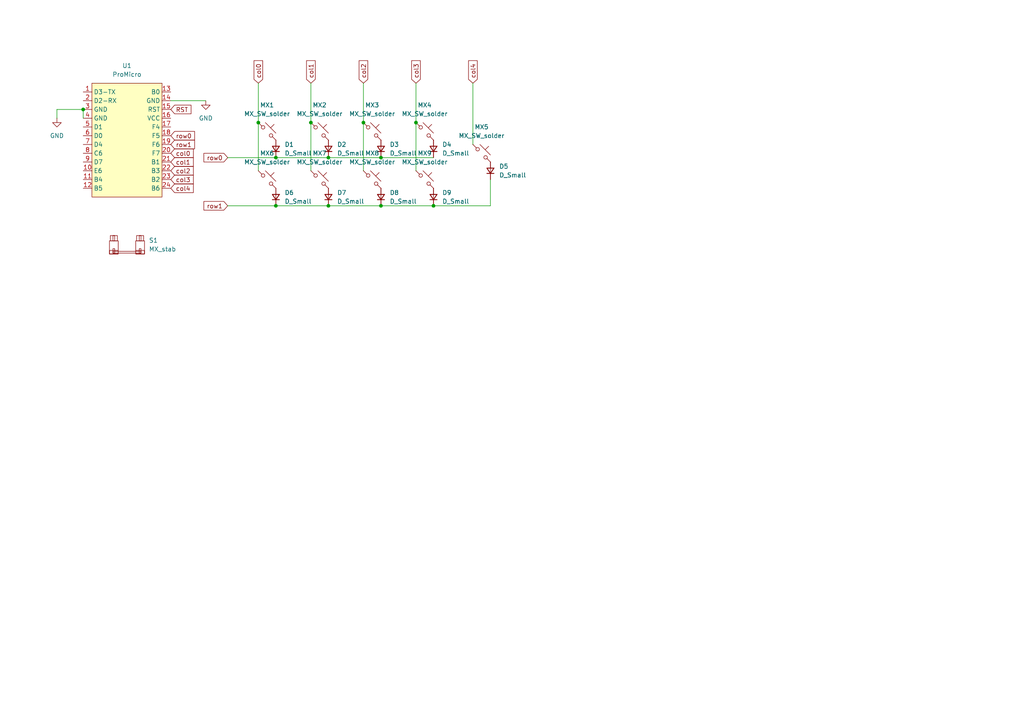
<source format=kicad_sch>
(kicad_sch
	(version 20231120)
	(generator "eeschema")
	(generator_version "8.0")
	(uuid "760a3eec-b823-49b4-b967-e7abe4eb563d")
	(paper "A4")
	(lib_symbols
		(symbol "Device:D_Small"
			(pin_numbers hide)
			(pin_names
				(offset 0.254) hide)
			(exclude_from_sim no)
			(in_bom yes)
			(on_board yes)
			(property "Reference" "D"
				(at -1.27 2.032 0)
				(effects
					(font
						(size 1.27 1.27)
					)
					(justify left)
				)
			)
			(property "Value" "D_Small"
				(at -3.81 -2.032 0)
				(effects
					(font
						(size 1.27 1.27)
					)
					(justify left)
				)
			)
			(property "Footprint" ""
				(at 0 0 90)
				(effects
					(font
						(size 1.27 1.27)
					)
					(hide yes)
				)
			)
			(property "Datasheet" "~"
				(at 0 0 90)
				(effects
					(font
						(size 1.27 1.27)
					)
					(hide yes)
				)
			)
			(property "Description" "Diode, small symbol"
				(at 0 0 0)
				(effects
					(font
						(size 1.27 1.27)
					)
					(hide yes)
				)
			)
			(property "Sim.Device" "D"
				(at 0 0 0)
				(effects
					(font
						(size 1.27 1.27)
					)
					(hide yes)
				)
			)
			(property "Sim.Pins" "1=K 2=A"
				(at 0 0 0)
				(effects
					(font
						(size 1.27 1.27)
					)
					(hide yes)
				)
			)
			(property "ki_keywords" "diode"
				(at 0 0 0)
				(effects
					(font
						(size 1.27 1.27)
					)
					(hide yes)
				)
			)
			(property "ki_fp_filters" "TO-???* *_Diode_* *SingleDiode* D_*"
				(at 0 0 0)
				(effects
					(font
						(size 1.27 1.27)
					)
					(hide yes)
				)
			)
			(symbol "D_Small_0_1"
				(polyline
					(pts
						(xy -0.762 -1.016) (xy -0.762 1.016)
					)
					(stroke
						(width 0.254)
						(type default)
					)
					(fill
						(type none)
					)
				)
				(polyline
					(pts
						(xy -0.762 0) (xy 0.762 0)
					)
					(stroke
						(width 0)
						(type default)
					)
					(fill
						(type none)
					)
				)
				(polyline
					(pts
						(xy 0.762 -1.016) (xy -0.762 0) (xy 0.762 1.016) (xy 0.762 -1.016)
					)
					(stroke
						(width 0.254)
						(type default)
					)
					(fill
						(type none)
					)
				)
			)
			(symbol "D_Small_1_1"
				(pin passive line
					(at -2.54 0 0)
					(length 1.778)
					(name "K"
						(effects
							(font
								(size 1.27 1.27)
							)
						)
					)
					(number "1"
						(effects
							(font
								(size 1.27 1.27)
							)
						)
					)
				)
				(pin passive line
					(at 2.54 0 180)
					(length 1.778)
					(name "A"
						(effects
							(font
								(size 1.27 1.27)
							)
						)
					)
					(number "2"
						(effects
							(font
								(size 1.27 1.27)
							)
						)
					)
				)
			)
		)
		(symbol "PCM_marbastlib-mx:MX_SW_solder"
			(pin_numbers hide)
			(pin_names
				(offset 1.016) hide)
			(exclude_from_sim no)
			(in_bom yes)
			(on_board yes)
			(property "Reference" "MX"
				(at 3.048 1.016 0)
				(effects
					(font
						(size 1.27 1.27)
					)
					(justify left)
				)
			)
			(property "Value" "MX_SW_solder"
				(at 0 -3.81 0)
				(effects
					(font
						(size 1.27 1.27)
					)
				)
			)
			(property "Footprint" "PCM_marbastlib-mx:SW_MX_1u"
				(at 0 0 0)
				(effects
					(font
						(size 1.27 1.27)
					)
					(hide yes)
				)
			)
			(property "Datasheet" "~"
				(at 0 0 0)
				(effects
					(font
						(size 1.27 1.27)
					)
					(hide yes)
				)
			)
			(property "Description" "Push button switch, normally open, two pins, 45° tilted"
				(at 0 0 0)
				(effects
					(font
						(size 1.27 1.27)
					)
					(hide yes)
				)
			)
			(property "ki_keywords" "switch normally-open pushbutton push-button"
				(at 0 0 0)
				(effects
					(font
						(size 1.27 1.27)
					)
					(hide yes)
				)
			)
			(symbol "MX_SW_solder_0_1"
				(circle
					(center -1.1684 1.1684)
					(radius 0.508)
					(stroke
						(width 0)
						(type default)
					)
					(fill
						(type none)
					)
				)
				(polyline
					(pts
						(xy -0.508 2.54) (xy 2.54 -0.508)
					)
					(stroke
						(width 0)
						(type default)
					)
					(fill
						(type none)
					)
				)
				(polyline
					(pts
						(xy 1.016 1.016) (xy 2.032 2.032)
					)
					(stroke
						(width 0)
						(type default)
					)
					(fill
						(type none)
					)
				)
				(polyline
					(pts
						(xy -2.54 2.54) (xy -1.524 1.524) (xy -1.524 1.524)
					)
					(stroke
						(width 0)
						(type default)
					)
					(fill
						(type none)
					)
				)
				(polyline
					(pts
						(xy 1.524 -1.524) (xy 2.54 -2.54) (xy 2.54 -2.54) (xy 2.54 -2.54)
					)
					(stroke
						(width 0)
						(type default)
					)
					(fill
						(type none)
					)
				)
				(circle
					(center 1.143 -1.1938)
					(radius 0.508)
					(stroke
						(width 0)
						(type default)
					)
					(fill
						(type none)
					)
				)
				(pin passive line
					(at -2.54 2.54 0)
					(length 0)
					(name "1"
						(effects
							(font
								(size 1.27 1.27)
							)
						)
					)
					(number "1"
						(effects
							(font
								(size 1.27 1.27)
							)
						)
					)
				)
				(pin passive line
					(at 2.54 -2.54 180)
					(length 0)
					(name "2"
						(effects
							(font
								(size 1.27 1.27)
							)
						)
					)
					(number "2"
						(effects
							(font
								(size 1.27 1.27)
							)
						)
					)
				)
			)
		)
		(symbol "PCM_marbastlib-mx:MX_stab"
			(pin_names
				(offset 1.016)
			)
			(exclude_from_sim no)
			(in_bom yes)
			(on_board yes)
			(property "Reference" "S"
				(at -5.08 6.35 0)
				(effects
					(font
						(size 1.27 1.27)
					)
					(justify left)
				)
			)
			(property "Value" "MX_stab"
				(at -5.08 3.81 0)
				(effects
					(font
						(size 1.27 1.27)
					)
					(justify left)
				)
			)
			(property "Footprint" "PCM_marbastlib-mx:STAB_MX_P_6.25u"
				(at 0 0 0)
				(effects
					(font
						(size 1.27 1.27)
					)
					(hide yes)
				)
			)
			(property "Datasheet" ""
				(at 0 0 0)
				(effects
					(font
						(size 1.27 1.27)
					)
					(hide yes)
				)
			)
			(property "Description" "Cherry MX-style stabilizer"
				(at 0 0 0)
				(effects
					(font
						(size 1.27 1.27)
					)
					(hide yes)
				)
			)
			(property "ki_keywords" "cherry mx stabilizer stab"
				(at 0 0 0)
				(effects
					(font
						(size 1.27 1.27)
					)
					(hide yes)
				)
			)
			(symbol "MX_stab_0_1"
				(rectangle
					(start -5.08 -1.524)
					(end -2.54 -2.54)
					(stroke
						(width 0)
						(type default)
					)
					(fill
						(type none)
					)
				)
				(rectangle
					(start -5.08 1.27)
					(end -2.54 -2.54)
					(stroke
						(width 0)
						(type default)
					)
					(fill
						(type none)
					)
				)
				(rectangle
					(start -4.826 2.794)
					(end -2.794 1.27)
					(stroke
						(width 0)
						(type default)
					)
					(fill
						(type none)
					)
				)
				(rectangle
					(start -4.064 -2.286)
					(end -3.556 -1.016)
					(stroke
						(width 0)
						(type default)
					)
					(fill
						(type none)
					)
				)
				(rectangle
					(start -4.064 -1.778)
					(end 4.064 -2.286)
					(stroke
						(width 0)
						(type default)
					)
					(fill
						(type none)
					)
				)
				(rectangle
					(start -4.064 1.27)
					(end -3.556 2.794)
					(stroke
						(width 0)
						(type default)
					)
					(fill
						(type none)
					)
				)
				(rectangle
					(start 2.54 -1.524)
					(end 5.08 -2.54)
					(stroke
						(width 0)
						(type default)
					)
					(fill
						(type none)
					)
				)
				(rectangle
					(start 2.54 1.27)
					(end 5.08 -2.54)
					(stroke
						(width 0)
						(type default)
					)
					(fill
						(type none)
					)
				)
				(rectangle
					(start 2.794 2.794)
					(end 4.826 1.27)
					(stroke
						(width 0)
						(type default)
					)
					(fill
						(type none)
					)
				)
				(rectangle
					(start 3.556 1.27)
					(end 4.064 2.794)
					(stroke
						(width 0)
						(type default)
					)
					(fill
						(type none)
					)
				)
				(rectangle
					(start 4.064 -2.286)
					(end 3.556 -1.016)
					(stroke
						(width 0)
						(type default)
					)
					(fill
						(type none)
					)
				)
			)
		)
		(symbol "PCM_marbastlib-promicroish:Arduino_ProMicro"
			(exclude_from_sim no)
			(in_bom no)
			(on_board yes)
			(property "Reference" "U"
				(at 0 20.32 0)
				(effects
					(font
						(size 1.27 1.27)
					)
				)
			)
			(property "Value" "ProMicro"
				(at 0 17.78 0)
				(effects
					(font
						(size 1.27 1.27)
					)
				)
			)
			(property "Footprint" "PCM_marbastlib-xp-promicroish:ProMicro_USBup"
				(at 0 -30.48 0)
				(effects
					(font
						(size 1.27 1.27)
					)
					(hide yes)
				)
			)
			(property "Datasheet" ""
				(at -12.7 13.97 0)
				(effects
					(font
						(size 1.27 1.27)
					)
					(hide yes)
				)
			)
			(property "Description" "Symbol for an Arduino Pro Micro"
				(at 0 0 0)
				(effects
					(font
						(size 1.27 1.27)
					)
					(hide yes)
				)
			)
			(symbol "Arduino_ProMicro_0_0"
				(pin bidirectional line
					(at -12.7 13.97 0)
					(length 2.54)
					(name "D3-TX"
						(effects
							(font
								(size 1.27 1.27)
							)
						)
					)
					(number "1"
						(effects
							(font
								(size 1.27 1.27)
							)
						)
					)
				)
				(pin bidirectional line
					(at -12.7 -8.89 0)
					(length 2.54)
					(name "E6"
						(effects
							(font
								(size 1.27 1.27)
							)
						)
					)
					(number "10"
						(effects
							(font
								(size 1.27 1.27)
							)
						)
					)
				)
				(pin bidirectional line
					(at -12.7 -11.43 0)
					(length 2.54)
					(name "B4"
						(effects
							(font
								(size 1.27 1.27)
							)
						)
					)
					(number "11"
						(effects
							(font
								(size 1.27 1.27)
							)
						)
					)
				)
				(pin bidirectional line
					(at -12.7 -13.97 0)
					(length 2.54)
					(name "B5"
						(effects
							(font
								(size 1.27 1.27)
							)
						)
					)
					(number "12"
						(effects
							(font
								(size 1.27 1.27)
							)
						)
					)
				)
				(pin power_out line
					(at 12.7 11.43 180)
					(length 2.54)
					(name "GND"
						(effects
							(font
								(size 1.27 1.27)
							)
						)
					)
					(number "14"
						(effects
							(font
								(size 1.27 1.27)
							)
						)
					)
				)
				(pin bidirectional line
					(at 12.7 8.89 180)
					(length 2.54)
					(name "RST"
						(effects
							(font
								(size 1.27 1.27)
							)
						)
					)
					(number "15"
						(effects
							(font
								(size 1.27 1.27)
							)
						)
					)
				)
				(pin bidirectional line
					(at 12.7 3.81 180)
					(length 2.54)
					(name "F4"
						(effects
							(font
								(size 1.27 1.27)
							)
						)
					)
					(number "17"
						(effects
							(font
								(size 1.27 1.27)
							)
						)
					)
				)
				(pin bidirectional line
					(at 12.7 1.27 180)
					(length 2.54)
					(name "F5"
						(effects
							(font
								(size 1.27 1.27)
							)
						)
					)
					(number "18"
						(effects
							(font
								(size 1.27 1.27)
							)
						)
					)
				)
				(pin bidirectional line
					(at 12.7 -1.27 180)
					(length 2.54)
					(name "F6"
						(effects
							(font
								(size 1.27 1.27)
							)
						)
					)
					(number "19"
						(effects
							(font
								(size 1.27 1.27)
							)
						)
					)
				)
				(pin bidirectional line
					(at -12.7 11.43 0)
					(length 2.54)
					(name "D2-RX"
						(effects
							(font
								(size 1.27 1.27)
							)
						)
					)
					(number "2"
						(effects
							(font
								(size 1.27 1.27)
							)
						)
					)
				)
				(pin bidirectional line
					(at 12.7 -3.81 180)
					(length 2.54)
					(name "F7"
						(effects
							(font
								(size 1.27 1.27)
							)
						)
					)
					(number "20"
						(effects
							(font
								(size 1.27 1.27)
							)
						)
					)
				)
				(pin bidirectional line
					(at 12.7 -6.35 180)
					(length 2.54)
					(name "B1"
						(effects
							(font
								(size 1.27 1.27)
							)
						)
					)
					(number "21"
						(effects
							(font
								(size 1.27 1.27)
							)
						)
					)
				)
				(pin bidirectional line
					(at 12.7 -8.89 180)
					(length 2.54)
					(name "B3"
						(effects
							(font
								(size 1.27 1.27)
							)
						)
					)
					(number "22"
						(effects
							(font
								(size 1.27 1.27)
							)
						)
					)
				)
				(pin bidirectional line
					(at 12.7 -11.43 180)
					(length 2.54)
					(name "B2"
						(effects
							(font
								(size 1.27 1.27)
							)
						)
					)
					(number "23"
						(effects
							(font
								(size 1.27 1.27)
							)
						)
					)
				)
				(pin bidirectional line
					(at 12.7 -13.97 180)
					(length 2.54)
					(name "B6"
						(effects
							(font
								(size 1.27 1.27)
							)
						)
					)
					(number "24"
						(effects
							(font
								(size 1.27 1.27)
							)
						)
					)
				)
				(pin power_out line
					(at -12.7 8.89 0)
					(length 2.54)
					(name "GND"
						(effects
							(font
								(size 1.27 1.27)
							)
						)
					)
					(number "3"
						(effects
							(font
								(size 1.27 1.27)
							)
						)
					)
				)
				(pin power_out line
					(at -12.7 6.35 0)
					(length 2.54)
					(name "GND"
						(effects
							(font
								(size 1.27 1.27)
							)
						)
					)
					(number "4"
						(effects
							(font
								(size 1.27 1.27)
							)
						)
					)
				)
				(pin bidirectional line
					(at -12.7 3.81 0)
					(length 2.54)
					(name "D1"
						(effects
							(font
								(size 1.27 1.27)
							)
						)
					)
					(number "5"
						(effects
							(font
								(size 1.27 1.27)
							)
						)
					)
				)
				(pin bidirectional line
					(at -12.7 1.27 0)
					(length 2.54)
					(name "D0"
						(effects
							(font
								(size 1.27 1.27)
							)
						)
					)
					(number "6"
						(effects
							(font
								(size 1.27 1.27)
							)
						)
					)
				)
				(pin bidirectional line
					(at -12.7 -1.27 0)
					(length 2.54)
					(name "D4"
						(effects
							(font
								(size 1.27 1.27)
							)
						)
					)
					(number "7"
						(effects
							(font
								(size 1.27 1.27)
							)
						)
					)
				)
				(pin bidirectional line
					(at -12.7 -3.81 0)
					(length 2.54)
					(name "C6"
						(effects
							(font
								(size 1.27 1.27)
							)
						)
					)
					(number "8"
						(effects
							(font
								(size 1.27 1.27)
							)
						)
					)
				)
				(pin bidirectional line
					(at -12.7 -6.35 0)
					(length 2.54)
					(name "D7"
						(effects
							(font
								(size 1.27 1.27)
							)
						)
					)
					(number "9"
						(effects
							(font
								(size 1.27 1.27)
							)
						)
					)
				)
			)
			(symbol "Arduino_ProMicro_1_0"
				(pin bidirectional line
					(at 12.7 13.97 180)
					(length 2.54)
					(name "B0"
						(effects
							(font
								(size 1.27 1.27)
							)
						)
					)
					(number "13"
						(effects
							(font
								(size 1.27 1.27)
							)
						)
					)
				)
				(pin power_out line
					(at 12.7 6.35 180)
					(length 2.54)
					(name "VCC"
						(effects
							(font
								(size 1.27 1.27)
							)
						)
					)
					(number "16"
						(effects
							(font
								(size 1.27 1.27)
							)
						)
					)
				)
			)
			(symbol "Arduino_ProMicro_1_1"
				(rectangle
					(start -10.16 16.51)
					(end 10.16 -16.51)
					(stroke
						(width 0)
						(type default)
					)
					(fill
						(type background)
					)
				)
			)
		)
		(symbol "power:GND"
			(power)
			(pin_numbers hide)
			(pin_names
				(offset 0) hide)
			(exclude_from_sim no)
			(in_bom yes)
			(on_board yes)
			(property "Reference" "#PWR"
				(at 0 -6.35 0)
				(effects
					(font
						(size 1.27 1.27)
					)
					(hide yes)
				)
			)
			(property "Value" "GND"
				(at 0 -3.81 0)
				(effects
					(font
						(size 1.27 1.27)
					)
				)
			)
			(property "Footprint" ""
				(at 0 0 0)
				(effects
					(font
						(size 1.27 1.27)
					)
					(hide yes)
				)
			)
			(property "Datasheet" ""
				(at 0 0 0)
				(effects
					(font
						(size 1.27 1.27)
					)
					(hide yes)
				)
			)
			(property "Description" "Power symbol creates a global label with name \"GND\" , ground"
				(at 0 0 0)
				(effects
					(font
						(size 1.27 1.27)
					)
					(hide yes)
				)
			)
			(property "ki_keywords" "global power"
				(at 0 0 0)
				(effects
					(font
						(size 1.27 1.27)
					)
					(hide yes)
				)
			)
			(symbol "GND_0_1"
				(polyline
					(pts
						(xy 0 0) (xy 0 -1.27) (xy 1.27 -1.27) (xy 0 -2.54) (xy -1.27 -1.27) (xy 0 -1.27)
					)
					(stroke
						(width 0)
						(type default)
					)
					(fill
						(type none)
					)
				)
			)
			(symbol "GND_1_1"
				(pin power_in line
					(at 0 0 270)
					(length 0)
					(name "~"
						(effects
							(font
								(size 1.27 1.27)
							)
						)
					)
					(number "1"
						(effects
							(font
								(size 1.27 1.27)
							)
						)
					)
				)
			)
		)
	)
	(junction
		(at 74.93 35.56)
		(diameter 0)
		(color 0 0 0 0)
		(uuid "07a698fb-d055-4c33-8271-31ef7a2b7726")
	)
	(junction
		(at 110.49 59.69)
		(diameter 0)
		(color 0 0 0 0)
		(uuid "1081ba76-ef2d-4d84-b703-dea2feebb47a")
	)
	(junction
		(at 24.13 31.75)
		(diameter 0)
		(color 0 0 0 0)
		(uuid "2fb4ec2c-de92-46ff-93ef-4a2a0426293f")
	)
	(junction
		(at 95.25 45.72)
		(diameter 0)
		(color 0 0 0 0)
		(uuid "34545e34-b5cc-4ac4-abd0-4f9f8193766a")
	)
	(junction
		(at 80.01 45.72)
		(diameter 0)
		(color 0 0 0 0)
		(uuid "69ef0116-98a2-46b5-b1c0-e1ca9ddac51c")
	)
	(junction
		(at 125.73 59.69)
		(diameter 0)
		(color 0 0 0 0)
		(uuid "6c377749-077d-4613-8506-ee7f9a00ba6a")
	)
	(junction
		(at 105.41 35.56)
		(diameter 0)
		(color 0 0 0 0)
		(uuid "7b927efa-423c-4b4d-9568-8e3d3bbc96b7")
	)
	(junction
		(at 90.17 35.56)
		(diameter 0)
		(color 0 0 0 0)
		(uuid "861cec74-7624-4e3f-b06d-5fc8bf28da46")
	)
	(junction
		(at 80.01 59.69)
		(diameter 0)
		(color 0 0 0 0)
		(uuid "896d6a49-b636-4ba0-9e52-703dcab6839e")
	)
	(junction
		(at 110.49 45.72)
		(diameter 0)
		(color 0 0 0 0)
		(uuid "d64eea8d-a999-4438-bedc-8b5936238ae1")
	)
	(junction
		(at 120.65 35.56)
		(diameter 0)
		(color 0 0 0 0)
		(uuid "f14429a2-cdcf-47a8-bf2d-3e9247655550")
	)
	(junction
		(at 95.25 59.69)
		(diameter 0)
		(color 0 0 0 0)
		(uuid "f3a3d119-f4d8-4d8a-af13-22282d0e6ad5")
	)
	(wire
		(pts
			(xy 90.17 24.13) (xy 90.17 35.56)
		)
		(stroke
			(width 0)
			(type default)
		)
		(uuid "101668ff-daa8-420e-b60c-eb8bd114867c")
	)
	(wire
		(pts
			(xy 142.24 59.69) (xy 142.24 52.07)
		)
		(stroke
			(width 0)
			(type default)
		)
		(uuid "21276f29-229e-499e-b504-d799257aefd5")
	)
	(wire
		(pts
			(xy 120.65 35.56) (xy 120.65 49.53)
		)
		(stroke
			(width 0)
			(type default)
		)
		(uuid "43a103b8-6d22-4244-a50b-a406886a7e3e")
	)
	(wire
		(pts
			(xy 105.41 24.13) (xy 105.41 35.56)
		)
		(stroke
			(width 0)
			(type default)
		)
		(uuid "4f8a296e-075b-445f-925d-6f66be1f6a48")
	)
	(wire
		(pts
			(xy 90.17 35.56) (xy 90.17 49.53)
		)
		(stroke
			(width 0)
			(type default)
		)
		(uuid "52eb7009-916f-40ad-bf08-8923910998bd")
	)
	(wire
		(pts
			(xy 120.65 24.13) (xy 120.65 35.56)
		)
		(stroke
			(width 0)
			(type default)
		)
		(uuid "55fe5b9c-f263-4ab5-9a7e-8fd50c9625f1")
	)
	(wire
		(pts
			(xy 74.93 35.56) (xy 74.93 49.53)
		)
		(stroke
			(width 0)
			(type default)
		)
		(uuid "563fca85-579c-40b4-9d01-c2c0f71f4afb")
	)
	(wire
		(pts
			(xy 24.13 31.75) (xy 24.13 34.29)
		)
		(stroke
			(width 0)
			(type default)
		)
		(uuid "5ec68051-6b66-420f-bd86-7f363070936a")
	)
	(wire
		(pts
			(xy 110.49 45.72) (xy 125.73 45.72)
		)
		(stroke
			(width 0)
			(type default)
		)
		(uuid "60b1e2f1-15e8-4b53-9121-9c453e4b16d5")
	)
	(wire
		(pts
			(xy 74.93 24.13) (xy 74.93 35.56)
		)
		(stroke
			(width 0)
			(type default)
		)
		(uuid "62b413c0-7ddf-4869-8e9b-7717253cd38e")
	)
	(wire
		(pts
			(xy 49.53 29.21) (xy 59.69 29.21)
		)
		(stroke
			(width 0)
			(type default)
		)
		(uuid "6dca35c1-4cba-47c2-b6f2-288e51498b02")
	)
	(wire
		(pts
			(xy 95.25 45.72) (xy 110.49 45.72)
		)
		(stroke
			(width 0)
			(type default)
		)
		(uuid "6f2e38bc-3fae-4b46-a3bd-3c1737270eeb")
	)
	(wire
		(pts
			(xy 66.04 59.69) (xy 80.01 59.69)
		)
		(stroke
			(width 0)
			(type default)
		)
		(uuid "75163891-5ed2-4f16-a576-7781cc6960d4")
	)
	(wire
		(pts
			(xy 80.01 59.69) (xy 95.25 59.69)
		)
		(stroke
			(width 0)
			(type default)
		)
		(uuid "75529292-7496-4f21-9a18-19c835a427da")
	)
	(wire
		(pts
			(xy 95.25 59.69) (xy 110.49 59.69)
		)
		(stroke
			(width 0)
			(type default)
		)
		(uuid "79239863-02eb-4072-95e4-78b881b4f01f")
	)
	(wire
		(pts
			(xy 66.04 45.72) (xy 80.01 45.72)
		)
		(stroke
			(width 0)
			(type default)
		)
		(uuid "8cab5f14-1b57-43d9-9714-fa5a468e52df")
	)
	(wire
		(pts
			(xy 16.51 31.75) (xy 16.51 34.29)
		)
		(stroke
			(width 0)
			(type default)
		)
		(uuid "973543f0-1661-482b-956a-947a0cb36113")
	)
	(wire
		(pts
			(xy 110.49 59.69) (xy 125.73 59.69)
		)
		(stroke
			(width 0)
			(type default)
		)
		(uuid "bd76446d-e953-4168-bef9-ca840d1ec189")
	)
	(wire
		(pts
			(xy 24.13 31.75) (xy 16.51 31.75)
		)
		(stroke
			(width 0)
			(type default)
		)
		(uuid "c563458f-5165-40fe-9841-14467747c82a")
	)
	(wire
		(pts
			(xy 137.16 24.13) (xy 137.16 41.91)
		)
		(stroke
			(width 0)
			(type default)
		)
		(uuid "c7782d70-a474-4675-a5ad-3d6490b13d8b")
	)
	(wire
		(pts
			(xy 125.73 59.69) (xy 142.24 59.69)
		)
		(stroke
			(width 0)
			(type default)
		)
		(uuid "d63bb912-92b2-49dd-8ffb-f08486d1b460")
	)
	(wire
		(pts
			(xy 105.41 35.56) (xy 105.41 49.53)
		)
		(stroke
			(width 0)
			(type default)
		)
		(uuid "df3eea5e-942b-4427-b080-8446f6f44df9")
	)
	(wire
		(pts
			(xy 80.01 45.72) (xy 95.25 45.72)
		)
		(stroke
			(width 0)
			(type default)
		)
		(uuid "e85df6f4-1e47-4eba-80ad-0e80dfe16903")
	)
	(global_label "col2"
		(shape input)
		(at 105.41 24.13 90)
		(fields_autoplaced yes)
		(effects
			(font
				(size 1.27 1.27)
			)
			(justify left)
		)
		(uuid "0b619579-8b83-45d1-a7b2-2a318245474b")
		(property "Intersheetrefs" "${INTERSHEET_REFS}"
			(at 105.41 17.0325 90)
			(effects
				(font
					(size 1.27 1.27)
				)
				(justify left)
				(hide yes)
			)
		)
	)
	(global_label "col3"
		(shape input)
		(at 120.65 24.13 90)
		(fields_autoplaced yes)
		(effects
			(font
				(size 1.27 1.27)
			)
			(justify left)
		)
		(uuid "0c0f5035-43fc-4c02-a3f9-495c24654de0")
		(property "Intersheetrefs" "${INTERSHEET_REFS}"
			(at 120.65 17.0325 90)
			(effects
				(font
					(size 1.27 1.27)
				)
				(justify left)
				(hide yes)
			)
		)
	)
	(global_label "row1"
		(shape input)
		(at 49.53 41.91 0)
		(fields_autoplaced yes)
		(effects
			(font
				(size 1.27 1.27)
			)
			(justify left)
		)
		(uuid "11d82c9b-bb4a-49ab-999f-5cb172b09461")
		(property "Intersheetrefs" "${INTERSHEET_REFS}"
			(at 56.9904 41.91 0)
			(effects
				(font
					(size 1.27 1.27)
				)
				(justify left)
				(hide yes)
			)
		)
	)
	(global_label "col2"
		(shape input)
		(at 49.53 49.53 0)
		(fields_autoplaced yes)
		(effects
			(font
				(size 1.27 1.27)
			)
			(justify left)
		)
		(uuid "1b75e95d-3685-44cf-a557-15176806479d")
		(property "Intersheetrefs" "${INTERSHEET_REFS}"
			(at 56.6275 49.53 0)
			(effects
				(font
					(size 1.27 1.27)
				)
				(justify left)
				(hide yes)
			)
		)
	)
	(global_label "col4"
		(shape input)
		(at 49.53 54.61 0)
		(fields_autoplaced yes)
		(effects
			(font
				(size 1.27 1.27)
			)
			(justify left)
		)
		(uuid "3c517ac3-d101-427b-ab98-aba649f1e9f0")
		(property "Intersheetrefs" "${INTERSHEET_REFS}"
			(at 56.6275 54.61 0)
			(effects
				(font
					(size 1.27 1.27)
				)
				(justify left)
				(hide yes)
			)
		)
	)
	(global_label "col0"
		(shape input)
		(at 74.93 24.13 90)
		(fields_autoplaced yes)
		(effects
			(font
				(size 1.27 1.27)
			)
			(justify left)
		)
		(uuid "5fab24ea-53f8-458f-9e68-d85822cbd0ab")
		(property "Intersheetrefs" "${INTERSHEET_REFS}"
			(at 74.93 17.0325 90)
			(effects
				(font
					(size 1.27 1.27)
				)
				(justify left)
				(hide yes)
			)
		)
	)
	(global_label "col0"
		(shape input)
		(at 49.53 44.45 0)
		(fields_autoplaced yes)
		(effects
			(font
				(size 1.27 1.27)
			)
			(justify left)
		)
		(uuid "699ff084-d8b7-4b2e-be39-b52102e2990d")
		(property "Intersheetrefs" "${INTERSHEET_REFS}"
			(at 56.6275 44.45 0)
			(effects
				(font
					(size 1.27 1.27)
				)
				(justify left)
				(hide yes)
			)
		)
	)
	(global_label "row0"
		(shape input)
		(at 49.53 39.37 0)
		(fields_autoplaced yes)
		(effects
			(font
				(size 1.27 1.27)
			)
			(justify left)
		)
		(uuid "73526a61-b2cb-4e9e-8cf7-527b9ebdaf7e")
		(property "Intersheetrefs" "${INTERSHEET_REFS}"
			(at 56.9904 39.37 0)
			(effects
				(font
					(size 1.27 1.27)
				)
				(justify left)
				(hide yes)
			)
		)
	)
	(global_label "row1"
		(shape input)
		(at 66.04 59.69 180)
		(fields_autoplaced yes)
		(effects
			(font
				(size 1.27 1.27)
			)
			(justify right)
		)
		(uuid "79c84797-3c3a-4b65-a423-312f188c555e")
		(property "Intersheetrefs" "${INTERSHEET_REFS}"
			(at 58.5796 59.69 0)
			(effects
				(font
					(size 1.27 1.27)
				)
				(justify right)
				(hide yes)
			)
		)
	)
	(global_label "row0"
		(shape input)
		(at 66.04 45.72 180)
		(fields_autoplaced yes)
		(effects
			(font
				(size 1.27 1.27)
			)
			(justify right)
		)
		(uuid "7d0a6917-ed57-4ddd-a1a7-932fe99be003")
		(property "Intersheetrefs" "${INTERSHEET_REFS}"
			(at 58.5796 45.72 0)
			(effects
				(font
					(size 1.27 1.27)
				)
				(justify right)
				(hide yes)
			)
		)
	)
	(global_label "col1"
		(shape input)
		(at 49.53 46.99 0)
		(fields_autoplaced yes)
		(effects
			(font
				(size 1.27 1.27)
			)
			(justify left)
		)
		(uuid "affd56f4-c55c-4993-8c6a-084c1537d749")
		(property "Intersheetrefs" "${INTERSHEET_REFS}"
			(at 56.6275 46.99 0)
			(effects
				(font
					(size 1.27 1.27)
				)
				(justify left)
				(hide yes)
			)
		)
	)
	(global_label "RST"
		(shape input)
		(at 49.53 31.75 0)
		(fields_autoplaced yes)
		(effects
			(font
				(size 1.27 1.27)
			)
			(justify left)
		)
		(uuid "beb7c135-1ce1-4a7a-b590-929cb28ce320")
		(property "Intersheetrefs" "${INTERSHEET_REFS}"
			(at 55.9623 31.75 0)
			(effects
				(font
					(size 1.27 1.27)
				)
				(justify left)
				(hide yes)
			)
		)
	)
	(global_label "col1"
		(shape input)
		(at 90.17 24.13 90)
		(fields_autoplaced yes)
		(effects
			(font
				(size 1.27 1.27)
			)
			(justify left)
		)
		(uuid "d2019a98-5e68-40e5-9a25-4871fb4d202b")
		(property "Intersheetrefs" "${INTERSHEET_REFS}"
			(at 90.17 17.0325 90)
			(effects
				(font
					(size 1.27 1.27)
				)
				(justify left)
				(hide yes)
			)
		)
	)
	(global_label "col3"
		(shape input)
		(at 49.53 52.07 0)
		(fields_autoplaced yes)
		(effects
			(font
				(size 1.27 1.27)
			)
			(justify left)
		)
		(uuid "d9c58c50-3bd2-445b-b09b-4c43502c9317")
		(property "Intersheetrefs" "${INTERSHEET_REFS}"
			(at 56.6275 52.07 0)
			(effects
				(font
					(size 1.27 1.27)
				)
				(justify left)
				(hide yes)
			)
		)
	)
	(global_label "col4"
		(shape input)
		(at 137.16 24.13 90)
		(fields_autoplaced yes)
		(effects
			(font
				(size 1.27 1.27)
			)
			(justify left)
		)
		(uuid "df418d73-d5cd-4529-b2ff-d3ad9a448c1b")
		(property "Intersheetrefs" "${INTERSHEET_REFS}"
			(at 137.16 17.0325 90)
			(effects
				(font
					(size 1.27 1.27)
				)
				(justify left)
				(hide yes)
			)
		)
	)
	(symbol
		(lib_id "PCM_marbastlib-mx:MX_stab")
		(at 36.83 71.12 0)
		(unit 1)
		(exclude_from_sim no)
		(in_bom yes)
		(on_board yes)
		(dnp no)
		(fields_autoplaced yes)
		(uuid "05e71be8-740a-40ea-a957-115b1a9e3fa5")
		(property "Reference" "S1"
			(at 43.18 69.7229 0)
			(effects
				(font
					(size 1.27 1.27)
				)
				(justify left)
			)
		)
		(property "Value" "MX_stab"
			(at 43.18 72.2629 0)
			(effects
				(font
					(size 1.27 1.27)
				)
				(justify left)
			)
		)
		(property "Footprint" "PCM_marbastlib-mx:STAB_MX_P_ISO"
			(at 36.83 71.12 0)
			(effects
				(font
					(size 1.27 1.27)
				)
				(hide yes)
			)
		)
		(property "Datasheet" ""
			(at 36.83 71.12 0)
			(effects
				(font
					(size 1.27 1.27)
				)
				(hide yes)
			)
		)
		(property "Description" "Cherry MX-style stabilizer"
			(at 36.83 71.12 0)
			(effects
				(font
					(size 1.27 1.27)
				)
				(hide yes)
			)
		)
		(instances
			(project "Micropad"
				(path "/760a3eec-b823-49b4-b967-e7abe4eb563d"
					(reference "S1")
					(unit 1)
				)
			)
		)
	)
	(symbol
		(lib_id "power:GND")
		(at 59.69 29.21 0)
		(unit 1)
		(exclude_from_sim no)
		(in_bom yes)
		(on_board yes)
		(dnp no)
		(fields_autoplaced yes)
		(uuid "12509f81-d274-4c57-97ec-180138577a6e")
		(property "Reference" "#PWR02"
			(at 59.69 35.56 0)
			(effects
				(font
					(size 1.27 1.27)
				)
				(hide yes)
			)
		)
		(property "Value" "GND"
			(at 59.69 34.29 0)
			(effects
				(font
					(size 1.27 1.27)
				)
			)
		)
		(property "Footprint" ""
			(at 59.69 29.21 0)
			(effects
				(font
					(size 1.27 1.27)
				)
				(hide yes)
			)
		)
		(property "Datasheet" ""
			(at 59.69 29.21 0)
			(effects
				(font
					(size 1.27 1.27)
				)
				(hide yes)
			)
		)
		(property "Description" "Power symbol creates a global label with name \"GND\" , ground"
			(at 59.69 29.21 0)
			(effects
				(font
					(size 1.27 1.27)
				)
				(hide yes)
			)
		)
		(pin "1"
			(uuid "0a21b4d5-25d7-4262-b93c-836f2c56fd13")
		)
		(instances
			(project "Micropad"
				(path "/760a3eec-b823-49b4-b967-e7abe4eb563d"
					(reference "#PWR02")
					(unit 1)
				)
			)
		)
	)
	(symbol
		(lib_id "Device:D_Small")
		(at 95.25 57.15 90)
		(unit 1)
		(exclude_from_sim no)
		(in_bom yes)
		(on_board yes)
		(dnp no)
		(fields_autoplaced yes)
		(uuid "15b1b96c-1f94-4bf9-b1ae-06aeaa3a555d")
		(property "Reference" "D7"
			(at 97.79 55.8799 90)
			(effects
				(font
					(size 1.27 1.27)
				)
				(justify right)
			)
		)
		(property "Value" "D_Small"
			(at 97.79 58.4199 90)
			(effects
				(font
					(size 1.27 1.27)
				)
				(justify right)
			)
		)
		(property "Footprint" "Diode_THT:D_DO-35_SOD27_P7.62mm_Horizontal"
			(at 95.25 57.15 90)
			(effects
				(font
					(size 1.27 1.27)
				)
				(hide yes)
			)
		)
		(property "Datasheet" "~"
			(at 95.25 57.15 90)
			(effects
				(font
					(size 1.27 1.27)
				)
				(hide yes)
			)
		)
		(property "Description" "Diode, small symbol"
			(at 95.25 57.15 0)
			(effects
				(font
					(size 1.27 1.27)
				)
				(hide yes)
			)
		)
		(property "Sim.Device" "D"
			(at 95.25 57.15 0)
			(effects
				(font
					(size 1.27 1.27)
				)
				(hide yes)
			)
		)
		(property "Sim.Pins" "1=K 2=A"
			(at 95.25 57.15 0)
			(effects
				(font
					(size 1.27 1.27)
				)
				(hide yes)
			)
		)
		(pin "2"
			(uuid "c63c497e-32d9-4557-bb9f-368bb0c793a6")
		)
		(pin "1"
			(uuid "ee7cfb8a-12eb-4fa9-9e14-2a90fac1b357")
		)
		(instances
			(project "Micropad"
				(path "/760a3eec-b823-49b4-b967-e7abe4eb563d"
					(reference "D7")
					(unit 1)
				)
			)
		)
	)
	(symbol
		(lib_id "Device:D_Small")
		(at 110.49 43.18 90)
		(unit 1)
		(exclude_from_sim no)
		(in_bom yes)
		(on_board yes)
		(dnp no)
		(fields_autoplaced yes)
		(uuid "223eea6c-0338-4dd5-92a2-e188f9fb8fc7")
		(property "Reference" "D3"
			(at 113.03 41.9099 90)
			(effects
				(font
					(size 1.27 1.27)
				)
				(justify right)
			)
		)
		(property "Value" "D_Small"
			(at 113.03 44.4499 90)
			(effects
				(font
					(size 1.27 1.27)
				)
				(justify right)
			)
		)
		(property "Footprint" "Diode_THT:D_DO-35_SOD27_P7.62mm_Horizontal"
			(at 110.49 43.18 90)
			(effects
				(font
					(size 1.27 1.27)
				)
				(hide yes)
			)
		)
		(property "Datasheet" "~"
			(at 110.49 43.18 90)
			(effects
				(font
					(size 1.27 1.27)
				)
				(hide yes)
			)
		)
		(property "Description" "Diode, small symbol"
			(at 110.49 43.18 0)
			(effects
				(font
					(size 1.27 1.27)
				)
				(hide yes)
			)
		)
		(property "Sim.Device" "D"
			(at 110.49 43.18 0)
			(effects
				(font
					(size 1.27 1.27)
				)
				(hide yes)
			)
		)
		(property "Sim.Pins" "1=K 2=A"
			(at 110.49 43.18 0)
			(effects
				(font
					(size 1.27 1.27)
				)
				(hide yes)
			)
		)
		(pin "2"
			(uuid "6674080d-5b41-4947-bc44-035116311814")
		)
		(pin "1"
			(uuid "f47b6d4e-c6e3-4f40-93f8-0a0993c6de88")
		)
		(instances
			(project "Micropad"
				(path "/760a3eec-b823-49b4-b967-e7abe4eb563d"
					(reference "D3")
					(unit 1)
				)
			)
		)
	)
	(symbol
		(lib_id "Device:D_Small")
		(at 142.24 49.53 90)
		(unit 1)
		(exclude_from_sim no)
		(in_bom yes)
		(on_board yes)
		(dnp no)
		(fields_autoplaced yes)
		(uuid "3b0f8e3c-88a8-4f0d-9947-70c5f5e7290b")
		(property "Reference" "D5"
			(at 144.78 48.2599 90)
			(effects
				(font
					(size 1.27 1.27)
				)
				(justify right)
			)
		)
		(property "Value" "D_Small"
			(at 144.78 50.7999 90)
			(effects
				(font
					(size 1.27 1.27)
				)
				(justify right)
			)
		)
		(property "Footprint" "Diode_THT:D_DO-35_SOD27_P7.62mm_Horizontal"
			(at 142.24 49.53 90)
			(effects
				(font
					(size 1.27 1.27)
				)
				(hide yes)
			)
		)
		(property "Datasheet" "~"
			(at 142.24 49.53 90)
			(effects
				(font
					(size 1.27 1.27)
				)
				(hide yes)
			)
		)
		(property "Description" "Diode, small symbol"
			(at 142.24 49.53 0)
			(effects
				(font
					(size 1.27 1.27)
				)
				(hide yes)
			)
		)
		(property "Sim.Device" "D"
			(at 142.24 49.53 0)
			(effects
				(font
					(size 1.27 1.27)
				)
				(hide yes)
			)
		)
		(property "Sim.Pins" "1=K 2=A"
			(at 142.24 49.53 0)
			(effects
				(font
					(size 1.27 1.27)
				)
				(hide yes)
			)
		)
		(pin "2"
			(uuid "b245f462-ff2d-45b4-a864-9efdbafe0b5f")
		)
		(pin "1"
			(uuid "3bc0f1cf-660d-4a4b-899e-734c950fc5cc")
		)
		(instances
			(project "Micropad"
				(path "/760a3eec-b823-49b4-b967-e7abe4eb563d"
					(reference "D5")
					(unit 1)
				)
			)
		)
	)
	(symbol
		(lib_id "Device:D_Small")
		(at 95.25 43.18 90)
		(unit 1)
		(exclude_from_sim no)
		(in_bom yes)
		(on_board yes)
		(dnp no)
		(fields_autoplaced yes)
		(uuid "3d83333c-5839-4807-80de-cc84fd134407")
		(property "Reference" "D2"
			(at 97.79 41.9099 90)
			(effects
				(font
					(size 1.27 1.27)
				)
				(justify right)
			)
		)
		(property "Value" "D_Small"
			(at 97.79 44.4499 90)
			(effects
				(font
					(size 1.27 1.27)
				)
				(justify right)
			)
		)
		(property "Footprint" "Diode_THT:D_DO-35_SOD27_P7.62mm_Horizontal"
			(at 95.25 43.18 90)
			(effects
				(font
					(size 1.27 1.27)
				)
				(hide yes)
			)
		)
		(property "Datasheet" "~"
			(at 95.25 43.18 90)
			(effects
				(font
					(size 1.27 1.27)
				)
				(hide yes)
			)
		)
		(property "Description" "Diode, small symbol"
			(at 95.25 43.18 0)
			(effects
				(font
					(size 1.27 1.27)
				)
				(hide yes)
			)
		)
		(property "Sim.Device" "D"
			(at 95.25 43.18 0)
			(effects
				(font
					(size 1.27 1.27)
				)
				(hide yes)
			)
		)
		(property "Sim.Pins" "1=K 2=A"
			(at 95.25 43.18 0)
			(effects
				(font
					(size 1.27 1.27)
				)
				(hide yes)
			)
		)
		(pin "2"
			(uuid "0fbf8166-514e-41b9-beaf-72b3c68530ce")
		)
		(pin "1"
			(uuid "44b85554-c100-41cc-9b0c-9e531f2b5eaf")
		)
		(instances
			(project "Micropad"
				(path "/760a3eec-b823-49b4-b967-e7abe4eb563d"
					(reference "D2")
					(unit 1)
				)
			)
		)
	)
	(symbol
		(lib_id "PCM_marbastlib-mx:MX_SW_solder")
		(at 92.71 38.1 0)
		(unit 1)
		(exclude_from_sim no)
		(in_bom yes)
		(on_board yes)
		(dnp no)
		(fields_autoplaced yes)
		(uuid "44b199d2-57c1-41c4-93df-62a405f9317e")
		(property "Reference" "MX2"
			(at 92.71 30.48 0)
			(effects
				(font
					(size 1.27 1.27)
				)
			)
		)
		(property "Value" "MX_SW_solder"
			(at 92.71 33.02 0)
			(effects
				(font
					(size 1.27 1.27)
				)
			)
		)
		(property "Footprint" "PCM_marbastlib-xp-alps:SW_Alps_MX_1u"
			(at 92.71 38.1 0)
			(effects
				(font
					(size 1.27 1.27)
				)
				(hide yes)
			)
		)
		(property "Datasheet" "~"
			(at 92.71 38.1 0)
			(effects
				(font
					(size 1.27 1.27)
				)
				(hide yes)
			)
		)
		(property "Description" "Push button switch, normally open, two pins, 45° tilted"
			(at 92.71 38.1 0)
			(effects
				(font
					(size 1.27 1.27)
				)
				(hide yes)
			)
		)
		(pin "2"
			(uuid "4f5d289b-d91b-4c6e-9597-a0de486d01c3")
		)
		(pin "1"
			(uuid "7f58c7f6-e9e0-4470-9ca6-a2b6c5037390")
		)
		(instances
			(project "Micropad"
				(path "/760a3eec-b823-49b4-b967-e7abe4eb563d"
					(reference "MX2")
					(unit 1)
				)
			)
		)
	)
	(symbol
		(lib_id "Device:D_Small")
		(at 110.49 57.15 90)
		(unit 1)
		(exclude_from_sim no)
		(in_bom yes)
		(on_board yes)
		(dnp no)
		(fields_autoplaced yes)
		(uuid "6781b870-35d1-4c75-87c9-8c4ada2f67fc")
		(property "Reference" "D8"
			(at 113.03 55.8799 90)
			(effects
				(font
					(size 1.27 1.27)
				)
				(justify right)
			)
		)
		(property "Value" "D_Small"
			(at 113.03 58.4199 90)
			(effects
				(font
					(size 1.27 1.27)
				)
				(justify right)
			)
		)
		(property "Footprint" "Diode_THT:D_DO-35_SOD27_P7.62mm_Horizontal"
			(at 110.49 57.15 90)
			(effects
				(font
					(size 1.27 1.27)
				)
				(hide yes)
			)
		)
		(property "Datasheet" "~"
			(at 110.49 57.15 90)
			(effects
				(font
					(size 1.27 1.27)
				)
				(hide yes)
			)
		)
		(property "Description" "Diode, small symbol"
			(at 110.49 57.15 0)
			(effects
				(font
					(size 1.27 1.27)
				)
				(hide yes)
			)
		)
		(property "Sim.Device" "D"
			(at 110.49 57.15 0)
			(effects
				(font
					(size 1.27 1.27)
				)
				(hide yes)
			)
		)
		(property "Sim.Pins" "1=K 2=A"
			(at 110.49 57.15 0)
			(effects
				(font
					(size 1.27 1.27)
				)
				(hide yes)
			)
		)
		(pin "2"
			(uuid "5f2a33c2-5a70-4d30-8d71-ea7265217952")
		)
		(pin "1"
			(uuid "6930b179-98a8-492b-a101-7c428a51ee58")
		)
		(instances
			(project "Micropad"
				(path "/760a3eec-b823-49b4-b967-e7abe4eb563d"
					(reference "D8")
					(unit 1)
				)
			)
		)
	)
	(symbol
		(lib_id "Device:D_Small")
		(at 80.01 57.15 90)
		(unit 1)
		(exclude_from_sim no)
		(in_bom yes)
		(on_board yes)
		(dnp no)
		(fields_autoplaced yes)
		(uuid "77af4b47-fa99-4828-9d20-e1e5fa9022fc")
		(property "Reference" "D6"
			(at 82.55 55.8799 90)
			(effects
				(font
					(size 1.27 1.27)
				)
				(justify right)
			)
		)
		(property "Value" "D_Small"
			(at 82.55 58.4199 90)
			(effects
				(font
					(size 1.27 1.27)
				)
				(justify right)
			)
		)
		(property "Footprint" "Diode_THT:D_DO-35_SOD27_P7.62mm_Horizontal"
			(at 80.01 57.15 90)
			(effects
				(font
					(size 1.27 1.27)
				)
				(hide yes)
			)
		)
		(property "Datasheet" "~"
			(at 80.01 57.15 90)
			(effects
				(font
					(size 1.27 1.27)
				)
				(hide yes)
			)
		)
		(property "Description" "Diode, small symbol"
			(at 80.01 57.15 0)
			(effects
				(font
					(size 1.27 1.27)
				)
				(hide yes)
			)
		)
		(property "Sim.Device" "D"
			(at 80.01 57.15 0)
			(effects
				(font
					(size 1.27 1.27)
				)
				(hide yes)
			)
		)
		(property "Sim.Pins" "1=K 2=A"
			(at 80.01 57.15 0)
			(effects
				(font
					(size 1.27 1.27)
				)
				(hide yes)
			)
		)
		(pin "2"
			(uuid "5f2e436a-6cb7-4c75-a99a-fd5884b57fe7")
		)
		(pin "1"
			(uuid "8ba517d3-1607-486b-8248-49b115534598")
		)
		(instances
			(project "Micropad"
				(path "/760a3eec-b823-49b4-b967-e7abe4eb563d"
					(reference "D6")
					(unit 1)
				)
			)
		)
	)
	(symbol
		(lib_id "Device:D_Small")
		(at 125.73 57.15 90)
		(unit 1)
		(exclude_from_sim no)
		(in_bom yes)
		(on_board yes)
		(dnp no)
		(fields_autoplaced yes)
		(uuid "78e9ff2c-fbfc-4dfa-8f14-dc8f2c197a4d")
		(property "Reference" "D9"
			(at 128.27 55.8799 90)
			(effects
				(font
					(size 1.27 1.27)
				)
				(justify right)
			)
		)
		(property "Value" "D_Small"
			(at 128.27 58.4199 90)
			(effects
				(font
					(size 1.27 1.27)
				)
				(justify right)
			)
		)
		(property "Footprint" "Diode_THT:D_DO-35_SOD27_P7.62mm_Horizontal"
			(at 125.73 57.15 90)
			(effects
				(font
					(size 1.27 1.27)
				)
				(hide yes)
			)
		)
		(property "Datasheet" "~"
			(at 125.73 57.15 90)
			(effects
				(font
					(size 1.27 1.27)
				)
				(hide yes)
			)
		)
		(property "Description" "Diode, small symbol"
			(at 125.73 57.15 0)
			(effects
				(font
					(size 1.27 1.27)
				)
				(hide yes)
			)
		)
		(property "Sim.Device" "D"
			(at 125.73 57.15 0)
			(effects
				(font
					(size 1.27 1.27)
				)
				(hide yes)
			)
		)
		(property "Sim.Pins" "1=K 2=A"
			(at 125.73 57.15 0)
			(effects
				(font
					(size 1.27 1.27)
				)
				(hide yes)
			)
		)
		(pin "2"
			(uuid "a0056fa3-4474-4b29-bbe9-8ccf4ff56e6a")
		)
		(pin "1"
			(uuid "fe369fd5-623d-4f78-88b7-265533634892")
		)
		(instances
			(project "Micropad"
				(path "/760a3eec-b823-49b4-b967-e7abe4eb563d"
					(reference "D9")
					(unit 1)
				)
			)
		)
	)
	(symbol
		(lib_id "PCM_marbastlib-mx:MX_SW_solder")
		(at 77.47 38.1 0)
		(unit 1)
		(exclude_from_sim no)
		(in_bom yes)
		(on_board yes)
		(dnp no)
		(fields_autoplaced yes)
		(uuid "82cb471a-1c77-4a17-b954-d07ac9316fbc")
		(property "Reference" "MX1"
			(at 77.47 30.48 0)
			(effects
				(font
					(size 1.27 1.27)
				)
			)
		)
		(property "Value" "MX_SW_solder"
			(at 77.47 33.02 0)
			(effects
				(font
					(size 1.27 1.27)
				)
			)
		)
		(property "Footprint" "PCM_marbastlib-xp-alps:SW_Alps_MX_1u"
			(at 77.47 38.1 0)
			(effects
				(font
					(size 1.27 1.27)
				)
				(hide yes)
			)
		)
		(property "Datasheet" "~"
			(at 77.47 38.1 0)
			(effects
				(font
					(size 1.27 1.27)
				)
				(hide yes)
			)
		)
		(property "Description" "Push button switch, normally open, two pins, 45° tilted"
			(at 77.47 38.1 0)
			(effects
				(font
					(size 1.27 1.27)
				)
				(hide yes)
			)
		)
		(pin "2"
			(uuid "f18052c0-18f4-46ae-8782-978da6f07ff1")
		)
		(pin "1"
			(uuid "68b6a6c4-4f5d-440f-a8f3-b271d7ca556c")
		)
		(instances
			(project "Micropad"
				(path "/760a3eec-b823-49b4-b967-e7abe4eb563d"
					(reference "MX1")
					(unit 1)
				)
			)
		)
	)
	(symbol
		(lib_id "PCM_marbastlib-mx:MX_SW_solder")
		(at 123.19 38.1 0)
		(unit 1)
		(exclude_from_sim no)
		(in_bom yes)
		(on_board yes)
		(dnp no)
		(fields_autoplaced yes)
		(uuid "8b9ad729-169a-4fc7-a4ac-c623a7eee6f4")
		(property "Reference" "MX4"
			(at 123.19 30.48 0)
			(effects
				(font
					(size 1.27 1.27)
				)
			)
		)
		(property "Value" "MX_SW_solder"
			(at 123.19 33.02 0)
			(effects
				(font
					(size 1.27 1.27)
				)
			)
		)
		(property "Footprint" "PCM_marbastlib-xp-alps:SW_Alps_MX_1u"
			(at 123.19 38.1 0)
			(effects
				(font
					(size 1.27 1.27)
				)
				(hide yes)
			)
		)
		(property "Datasheet" "~"
			(at 123.19 38.1 0)
			(effects
				(font
					(size 1.27 1.27)
				)
				(hide yes)
			)
		)
		(property "Description" "Push button switch, normally open, two pins, 45° tilted"
			(at 123.19 38.1 0)
			(effects
				(font
					(size 1.27 1.27)
				)
				(hide yes)
			)
		)
		(pin "2"
			(uuid "080f9e57-1338-4258-9cca-0c976c4bccdf")
		)
		(pin "1"
			(uuid "95152454-957a-4eeb-85ee-6fd5d908edf5")
		)
		(instances
			(project "Micropad"
				(path "/760a3eec-b823-49b4-b967-e7abe4eb563d"
					(reference "MX4")
					(unit 1)
				)
			)
		)
	)
	(symbol
		(lib_id "Device:D_Small")
		(at 80.01 43.18 90)
		(unit 1)
		(exclude_from_sim no)
		(in_bom yes)
		(on_board yes)
		(dnp no)
		(fields_autoplaced yes)
		(uuid "973c5af1-c84d-4424-bb13-b374c4862a22")
		(property "Reference" "D1"
			(at 82.55 41.9099 90)
			(effects
				(font
					(size 1.27 1.27)
				)
				(justify right)
			)
		)
		(property "Value" "D_Small"
			(at 82.55 44.4499 90)
			(effects
				(font
					(size 1.27 1.27)
				)
				(justify right)
			)
		)
		(property "Footprint" "Diode_THT:D_DO-35_SOD27_P7.62mm_Horizontal"
			(at 80.01 43.18 90)
			(effects
				(font
					(size 1.27 1.27)
				)
				(hide yes)
			)
		)
		(property "Datasheet" "~"
			(at 80.01 43.18 90)
			(effects
				(font
					(size 1.27 1.27)
				)
				(hide yes)
			)
		)
		(property "Description" "Diode, small symbol"
			(at 80.01 43.18 0)
			(effects
				(font
					(size 1.27 1.27)
				)
				(hide yes)
			)
		)
		(property "Sim.Device" "D"
			(at 80.01 43.18 0)
			(effects
				(font
					(size 1.27 1.27)
				)
				(hide yes)
			)
		)
		(property "Sim.Pins" "1=K 2=A"
			(at 80.01 43.18 0)
			(effects
				(font
					(size 1.27 1.27)
				)
				(hide yes)
			)
		)
		(pin "2"
			(uuid "08e34849-262f-421e-a642-68dbd0127937")
		)
		(pin "1"
			(uuid "233d14f8-520d-4d14-96aa-e44876e4abe3")
		)
		(instances
			(project "Micropad"
				(path "/760a3eec-b823-49b4-b967-e7abe4eb563d"
					(reference "D1")
					(unit 1)
				)
			)
		)
	)
	(symbol
		(lib_id "Device:D_Small")
		(at 125.73 43.18 90)
		(unit 1)
		(exclude_from_sim no)
		(in_bom yes)
		(on_board yes)
		(dnp no)
		(fields_autoplaced yes)
		(uuid "a5ab6e84-0119-495a-95aa-d476621a9b68")
		(property "Reference" "D4"
			(at 128.27 41.9099 90)
			(effects
				(font
					(size 1.27 1.27)
				)
				(justify right)
			)
		)
		(property "Value" "D_Small"
			(at 128.27 44.4499 90)
			(effects
				(font
					(size 1.27 1.27)
				)
				(justify right)
			)
		)
		(property "Footprint" "Diode_THT:D_DO-35_SOD27_P7.62mm_Horizontal"
			(at 125.73 43.18 90)
			(effects
				(font
					(size 1.27 1.27)
				)
				(hide yes)
			)
		)
		(property "Datasheet" "~"
			(at 125.73 43.18 90)
			(effects
				(font
					(size 1.27 1.27)
				)
				(hide yes)
			)
		)
		(property "Description" "Diode, small symbol"
			(at 125.73 43.18 0)
			(effects
				(font
					(size 1.27 1.27)
				)
				(hide yes)
			)
		)
		(property "Sim.Device" "D"
			(at 125.73 43.18 0)
			(effects
				(font
					(size 1.27 1.27)
				)
				(hide yes)
			)
		)
		(property "Sim.Pins" "1=K 2=A"
			(at 125.73 43.18 0)
			(effects
				(font
					(size 1.27 1.27)
				)
				(hide yes)
			)
		)
		(pin "2"
			(uuid "95bfcaf1-6c93-422a-a011-39b70de83c66")
		)
		(pin "1"
			(uuid "f840f47b-24cd-45ca-9eda-d89c1523b521")
		)
		(instances
			(project "Micropad"
				(path "/760a3eec-b823-49b4-b967-e7abe4eb563d"
					(reference "D4")
					(unit 1)
				)
			)
		)
	)
	(symbol
		(lib_id "power:GND")
		(at 16.51 34.29 0)
		(unit 1)
		(exclude_from_sim no)
		(in_bom yes)
		(on_board yes)
		(dnp no)
		(fields_autoplaced yes)
		(uuid "a9339a7f-700d-4460-b06f-0c1ec2e37d7c")
		(property "Reference" "#PWR01"
			(at 16.51 40.64 0)
			(effects
				(font
					(size 1.27 1.27)
				)
				(hide yes)
			)
		)
		(property "Value" "GND"
			(at 16.51 39.37 0)
			(effects
				(font
					(size 1.27 1.27)
				)
			)
		)
		(property "Footprint" ""
			(at 16.51 34.29 0)
			(effects
				(font
					(size 1.27 1.27)
				)
				(hide yes)
			)
		)
		(property "Datasheet" ""
			(at 16.51 34.29 0)
			(effects
				(font
					(size 1.27 1.27)
				)
				(hide yes)
			)
		)
		(property "Description" "Power symbol creates a global label with name \"GND\" , ground"
			(at 16.51 34.29 0)
			(effects
				(font
					(size 1.27 1.27)
				)
				(hide yes)
			)
		)
		(pin "1"
			(uuid "d0649f6d-513d-4d40-9b14-b7648acd8749")
		)
		(instances
			(project "Micropad"
				(path "/760a3eec-b823-49b4-b967-e7abe4eb563d"
					(reference "#PWR01")
					(unit 1)
				)
			)
		)
	)
	(symbol
		(lib_id "PCM_marbastlib-mx:MX_SW_solder")
		(at 107.95 38.1 0)
		(unit 1)
		(exclude_from_sim no)
		(in_bom yes)
		(on_board yes)
		(dnp no)
		(fields_autoplaced yes)
		(uuid "b8b0feec-4b12-4d81-a1d6-8a2ff2a4069f")
		(property "Reference" "MX3"
			(at 107.95 30.48 0)
			(effects
				(font
					(size 1.27 1.27)
				)
			)
		)
		(property "Value" "MX_SW_solder"
			(at 107.95 33.02 0)
			(effects
				(font
					(size 1.27 1.27)
				)
			)
		)
		(property "Footprint" "PCM_marbastlib-xp-alps:SW_Alps_MX_1u"
			(at 107.95 38.1 0)
			(effects
				(font
					(size 1.27 1.27)
				)
				(hide yes)
			)
		)
		(property "Datasheet" "~"
			(at 107.95 38.1 0)
			(effects
				(font
					(size 1.27 1.27)
				)
				(hide yes)
			)
		)
		(property "Description" "Push button switch, normally open, two pins, 45° tilted"
			(at 107.95 38.1 0)
			(effects
				(font
					(size 1.27 1.27)
				)
				(hide yes)
			)
		)
		(pin "2"
			(uuid "efbb4447-2bd0-4219-afab-65e3c41ab67f")
		)
		(pin "1"
			(uuid "62b3c466-d805-4fff-9bb0-8bd34933492d")
		)
		(instances
			(project "Micropad"
				(path "/760a3eec-b823-49b4-b967-e7abe4eb563d"
					(reference "MX3")
					(unit 1)
				)
			)
		)
	)
	(symbol
		(lib_id "PCM_marbastlib-mx:MX_SW_solder")
		(at 139.7 44.45 0)
		(unit 1)
		(exclude_from_sim no)
		(in_bom yes)
		(on_board yes)
		(dnp no)
		(fields_autoplaced yes)
		(uuid "bad04e5e-35ca-4065-b3ca-f86118496b1f")
		(property "Reference" "MX5"
			(at 139.7 36.83 0)
			(effects
				(font
					(size 1.27 1.27)
				)
			)
		)
		(property "Value" "MX_SW_solder"
			(at 139.7 39.37 0)
			(effects
				(font
					(size 1.27 1.27)
				)
			)
		)
		(property "Footprint" "PCM_marbastlib-xp-alps:SW_Alps_MX_1u"
			(at 139.7 44.45 0)
			(effects
				(font
					(size 1.27 1.27)
				)
				(hide yes)
			)
		)
		(property "Datasheet" "~"
			(at 139.7 44.45 0)
			(effects
				(font
					(size 1.27 1.27)
				)
				(hide yes)
			)
		)
		(property "Description" "Push button switch, normally open, two pins, 45° tilted"
			(at 139.7 44.45 0)
			(effects
				(font
					(size 1.27 1.27)
				)
				(hide yes)
			)
		)
		(pin "2"
			(uuid "833e7a9c-9adf-4dc6-b0db-f58ff189b74c")
		)
		(pin "1"
			(uuid "9533ce34-a017-47fe-b071-be0dfb6ac0d9")
		)
		(instances
			(project "Micropad"
				(path "/760a3eec-b823-49b4-b967-e7abe4eb563d"
					(reference "MX5")
					(unit 1)
				)
			)
		)
	)
	(symbol
		(lib_id "PCM_marbastlib-mx:MX_SW_solder")
		(at 107.95 52.07 0)
		(unit 1)
		(exclude_from_sim no)
		(in_bom yes)
		(on_board yes)
		(dnp no)
		(fields_autoplaced yes)
		(uuid "bce16012-5d15-4a4d-b926-f351f2e7d5cb")
		(property "Reference" "MX8"
			(at 107.95 44.45 0)
			(effects
				(font
					(size 1.27 1.27)
				)
			)
		)
		(property "Value" "MX_SW_solder"
			(at 107.95 46.99 0)
			(effects
				(font
					(size 1.27 1.27)
				)
			)
		)
		(property "Footprint" "PCM_marbastlib-xp-alps:SW_Alps_MX_1u"
			(at 107.95 52.07 0)
			(effects
				(font
					(size 1.27 1.27)
				)
				(hide yes)
			)
		)
		(property "Datasheet" "~"
			(at 107.95 52.07 0)
			(effects
				(font
					(size 1.27 1.27)
				)
				(hide yes)
			)
		)
		(property "Description" "Push button switch, normally open, two pins, 45° tilted"
			(at 107.95 52.07 0)
			(effects
				(font
					(size 1.27 1.27)
				)
				(hide yes)
			)
		)
		(pin "2"
			(uuid "aeaf91ef-4e59-426e-b250-a6967f644bad")
		)
		(pin "1"
			(uuid "f692067f-3818-471c-92c7-1fe2a7392d76")
		)
		(instances
			(project "Micropad"
				(path "/760a3eec-b823-49b4-b967-e7abe4eb563d"
					(reference "MX8")
					(unit 1)
				)
			)
		)
	)
	(symbol
		(lib_id "PCM_marbastlib-promicroish:Arduino_ProMicro")
		(at 36.83 40.64 0)
		(unit 1)
		(exclude_from_sim no)
		(in_bom no)
		(on_board yes)
		(dnp no)
		(fields_autoplaced yes)
		(uuid "c34d45b9-cd67-46a0-800b-b3dcfb34cf69")
		(property "Reference" "U1"
			(at 36.83 19.05 0)
			(effects
				(font
					(size 1.27 1.27)
				)
			)
		)
		(property "Value" "ProMicro"
			(at 36.83 21.59 0)
			(effects
				(font
					(size 1.27 1.27)
				)
			)
		)
		(property "Footprint" "PCM_marbastlib-xp-promicroish:ProMicro_USBup"
			(at 36.83 71.12 0)
			(effects
				(font
					(size 1.27 1.27)
				)
				(hide yes)
			)
		)
		(property "Datasheet" ""
			(at 24.13 26.67 0)
			(effects
				(font
					(size 1.27 1.27)
				)
				(hide yes)
			)
		)
		(property "Description" "Symbol for an Arduino Pro Micro"
			(at 36.83 40.64 0)
			(effects
				(font
					(size 1.27 1.27)
				)
				(hide yes)
			)
		)
		(pin "15"
			(uuid "caca4ae5-ad0a-48b6-8dc4-341814945854")
		)
		(pin "17"
			(uuid "085dd13a-dbe0-4989-8fed-c02406a1ca15")
		)
		(pin "18"
			(uuid "d26c7d40-ba6b-4f30-8805-9ce7118010f4")
		)
		(pin "5"
			(uuid "4a793d0d-066c-47d0-866e-5aa7aeb4e42d")
		)
		(pin "6"
			(uuid "f6f38b3d-56b4-4122-ad95-ecbca7c5abe4")
		)
		(pin "22"
			(uuid "0e37e759-78bc-43fe-bd1f-0265c47bd6ed")
		)
		(pin "10"
			(uuid "842ae844-85a2-4ae5-84bd-b602f2d27fb5")
		)
		(pin "9"
			(uuid "8869f902-429d-43b0-9878-d56512a7cc3f")
		)
		(pin "14"
			(uuid "a898c010-ef4a-4890-a5e2-e21d08811a55")
		)
		(pin "19"
			(uuid "b518964f-95af-4ec0-abdf-f487de535399")
		)
		(pin "1"
			(uuid "dba1709b-01b7-4b19-95f1-83c3cc12dc24")
		)
		(pin "20"
			(uuid "8500d1ea-1ef1-4e2d-809d-7ab3b133fe2c")
		)
		(pin "24"
			(uuid "fcd2b7c0-9e54-4f96-8a5d-77ab0cc35eeb")
		)
		(pin "4"
			(uuid "006a5061-698e-4cfd-a18d-79bb7c4cb478")
		)
		(pin "11"
			(uuid "5116027f-2224-48aa-b01f-a4fc7c58e2f4")
		)
		(pin "23"
			(uuid "abf7b696-dd7a-4260-b72d-2c1fbe33b7de")
		)
		(pin "7"
			(uuid "5243f7fc-7de8-43f6-a243-487e414fbc0e")
		)
		(pin "8"
			(uuid "c2649ea6-7ef3-4258-a4a2-11f563665c50")
		)
		(pin "2"
			(uuid "c834ca38-fbe1-484c-b333-2fd1322089d8")
		)
		(pin "21"
			(uuid "a1906f40-b823-4c1b-9020-e6d572ab2d78")
		)
		(pin "13"
			(uuid "fa563652-0341-486e-aa27-c7a66f793616")
		)
		(pin "3"
			(uuid "de5943f1-6e68-40cd-99ff-1d8788bb6865")
		)
		(pin "16"
			(uuid "0ac42210-d9bf-4d3f-8aec-ed5a60273e64")
		)
		(pin "12"
			(uuid "a20bd94f-5058-4aa0-8de0-f32376b24a80")
		)
		(instances
			(project "Micropad"
				(path "/760a3eec-b823-49b4-b967-e7abe4eb563d"
					(reference "U1")
					(unit 1)
				)
			)
		)
	)
	(symbol
		(lib_id "PCM_marbastlib-mx:MX_SW_solder")
		(at 123.19 52.07 0)
		(unit 1)
		(exclude_from_sim no)
		(in_bom yes)
		(on_board yes)
		(dnp no)
		(fields_autoplaced yes)
		(uuid "dec686f1-2611-4551-85ad-21f7c436f2d5")
		(property "Reference" "MX9"
			(at 123.19 44.45 0)
			(effects
				(font
					(size 1.27 1.27)
				)
			)
		)
		(property "Value" "MX_SW_solder"
			(at 123.19 46.99 0)
			(effects
				(font
					(size 1.27 1.27)
				)
			)
		)
		(property "Footprint" "PCM_marbastlib-xp-alps:SW_Alps_MX_1u"
			(at 123.19 52.07 0)
			(effects
				(font
					(size 1.27 1.27)
				)
				(hide yes)
			)
		)
		(property "Datasheet" "~"
			(at 123.19 52.07 0)
			(effects
				(font
					(size 1.27 1.27)
				)
				(hide yes)
			)
		)
		(property "Description" "Push button switch, normally open, two pins, 45° tilted"
			(at 123.19 52.07 0)
			(effects
				(font
					(size 1.27 1.27)
				)
				(hide yes)
			)
		)
		(pin "2"
			(uuid "d34dc978-8531-4ab2-9bd5-a499b4eadb32")
		)
		(pin "1"
			(uuid "9ada29d5-5f51-46d8-8553-28302e741f37")
		)
		(instances
			(project "Micropad"
				(path "/760a3eec-b823-49b4-b967-e7abe4eb563d"
					(reference "MX9")
					(unit 1)
				)
			)
		)
	)
	(symbol
		(lib_id "PCM_marbastlib-mx:MX_SW_solder")
		(at 77.47 52.07 0)
		(unit 1)
		(exclude_from_sim no)
		(in_bom yes)
		(on_board yes)
		(dnp no)
		(fields_autoplaced yes)
		(uuid "e8f812f0-09b3-45c1-bc2d-1e506a4092eb")
		(property "Reference" "MX6"
			(at 77.47 44.45 0)
			(effects
				(font
					(size 1.27 1.27)
				)
			)
		)
		(property "Value" "MX_SW_solder"
			(at 77.47 46.99 0)
			(effects
				(font
					(size 1.27 1.27)
				)
			)
		)
		(property "Footprint" "PCM_marbastlib-xp-alps:SW_Alps_MX_1.25u"
			(at 77.47 52.07 0)
			(effects
				(font
					(size 1.27 1.27)
				)
				(hide yes)
			)
		)
		(property "Datasheet" "~"
			(at 77.47 52.07 0)
			(effects
				(font
					(size 1.27 1.27)
				)
				(hide yes)
			)
		)
		(property "Description" "Push button switch, normally open, two pins, 45° tilted"
			(at 77.47 52.07 0)
			(effects
				(font
					(size 1.27 1.27)
				)
				(hide yes)
			)
		)
		(pin "2"
			(uuid "800ac289-a946-4aee-adbd-1ae92451a79d")
		)
		(pin "1"
			(uuid "7f8023d9-bfb8-475e-a907-506db620a26a")
		)
		(instances
			(project "Micropad"
				(path "/760a3eec-b823-49b4-b967-e7abe4eb563d"
					(reference "MX6")
					(unit 1)
				)
			)
		)
	)
	(symbol
		(lib_id "PCM_marbastlib-mx:MX_SW_solder")
		(at 92.71 52.07 0)
		(unit 1)
		(exclude_from_sim no)
		(in_bom yes)
		(on_board yes)
		(dnp no)
		(fields_autoplaced yes)
		(uuid "ef03ef26-c271-40a9-ba90-0b66a699aa58")
		(property "Reference" "MX7"
			(at 92.71 44.45 0)
			(effects
				(font
					(size 1.27 1.27)
				)
			)
		)
		(property "Value" "MX_SW_solder"
			(at 92.71 46.99 0)
			(effects
				(font
					(size 1.27 1.27)
				)
			)
		)
		(property "Footprint" "PCM_marbastlib-xp-alps:SW_Alps_MX_1u"
			(at 92.71 52.07 0)
			(effects
				(font
					(size 1.27 1.27)
				)
				(hide yes)
			)
		)
		(property "Datasheet" "~"
			(at 92.71 52.07 0)
			(effects
				(font
					(size 1.27 1.27)
				)
				(hide yes)
			)
		)
		(property "Description" "Push button switch, normally open, two pins, 45° tilted"
			(at 92.71 52.07 0)
			(effects
				(font
					(size 1.27 1.27)
				)
				(hide yes)
			)
		)
		(pin "2"
			(uuid "7f485caa-b35e-4fc5-a27f-95f615429b72")
		)
		(pin "1"
			(uuid "ee7583c2-dace-4c9f-8a9f-1b038c5944c4")
		)
		(instances
			(project "Micropad"
				(path "/760a3eec-b823-49b4-b967-e7abe4eb563d"
					(reference "MX7")
					(unit 1)
				)
			)
		)
	)
	(sheet_instances
		(path "/"
			(page "1")
		)
	)
)
</source>
